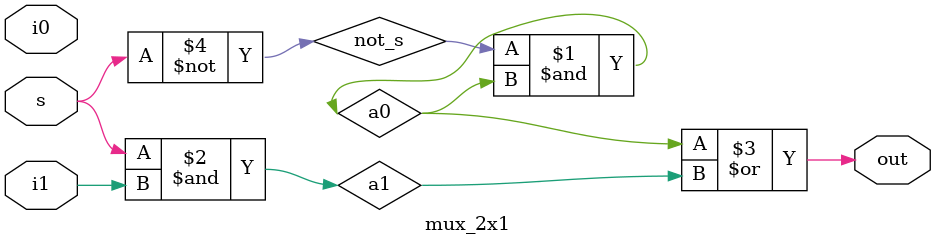
<source format=v>
`timescale 1ns / 1ps


module mux_2x1(input s, i1, i0, output out);
    wire not_s, a1, a0;
    not(not_s, s);
    and(a0, not_s, a0);
    and(a1, s, i1);
    or(out, a0, a1);
endmodule

</source>
